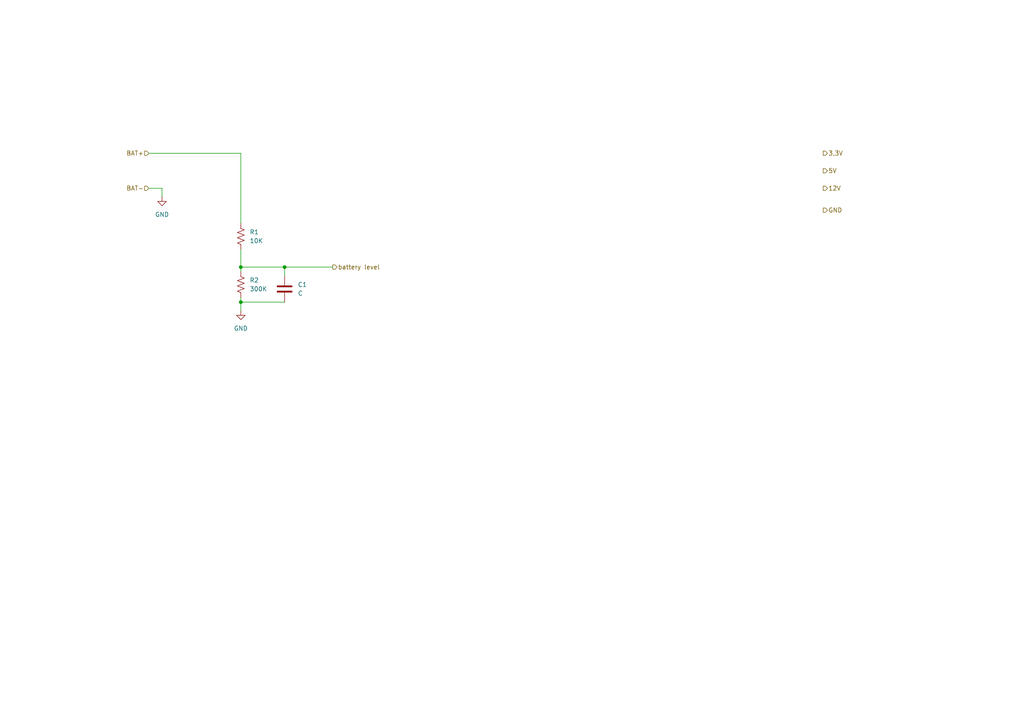
<source format=kicad_sch>
(kicad_sch (version 20250114) (generator "eeschema") (generator_version "9.0")
  (paper "A4")
  (lib_symbols
    (symbol "Device:C" (pin_numbers (hide yes)) (pin_names (offset 0.254))
      (property "Reference" "C" (at 0.635 2.54 0))
      (property "Value" "C" (at 0.635 -2.54 0))
      (symbol "C_0_1"
        (polyline (pts (xy -2.032 0.762) (xy 2.032 0.762)) (stroke (width 0.508)))
        (polyline (pts (xy -2.032 -0.762) (xy 2.032 -0.762)) (stroke (width 0.508)))
      )
      (symbol "C_1_1"
        (pin passive line (at 0 3.81 270) (length 2.794) (name "~") (number "1"))
        (pin passive line (at 0 -3.81 90) (length 2.794) (name "~") (number "2"))
      )
    )
    (symbol "Device:R_US" (pin_numbers (hide yes)) (pin_names (offset 0))
      (property "Reference" "R" (at 2.54 0 90))
      (property "Value" "R_US" (at -2.54 0 90))
      (symbol "R_US_0_1"
        (polyline (pts (xy 0 2.286) (xy 0 2.54)))
        (polyline (pts (xy 0 2.286) (xy 1.016 1.905) (xy 0 1.524) (xy -1.016 1.143) (xy 0 0.762)))
        (polyline (pts (xy 0 0.762) (xy 1.016 0.381) (xy 0 0) (xy -1.016 -0.381) (xy 0 -0.762)))
        (polyline (pts (xy 0 -0.762) (xy 1.016 -1.143) (xy 0 -1.524) (xy -1.016 -1.905) (xy 0 -2.286)))
        (polyline (pts (xy 0 -2.286) (xy 0 -2.54)))
      )
      (symbol "R_US_1_1"
        (pin passive line (at 0 3.81 270) (length 1.27) (name "~") (number "1"))
        (pin passive line (at 0 -3.81 90) (length 1.27) (name "~") (number "2"))
      )
    )
    (symbol "power:GND" (power) (pin_numbers (hide yes)) (pin_names (offset 0) (hide yes))
      (property "Value" "GND" (at 0 -3.81 0))
      (symbol "GND_0_1"
        (polyline (pts (xy 0 0) (xy 0 -1.27) (xy 1.27 -1.27) (xy 0 -2.54) (xy -1.27 -1.27) (xy 0 -1.27)))
      )
      (symbol "GND_1_1"
        (pin power_in line (at 0 0 270) (length 0) (name "~") (number "1"))
      )
    )
  )
  (junction (at 69.85 77.47))
  (junction (at 82.55 77.47))
  (junction (at 69.85 87.63))
  (wire (pts (xy 43.18 44.45) (xy 69.85 44.45)))
  (wire (pts (xy 69.85 44.45) (xy 69.85 64.77)))
  (wire (pts (xy 82.55 77.47) (xy 96.52 77.47)))
  (wire (pts (xy 82.55 80.01) (xy 82.55 77.47)))
  (wire (pts (xy 82.55 77.47) (xy 69.85 77.47)))
  (wire (pts (xy 69.85 87.63) (xy 69.85 90.17)))
  (wire (pts (xy 69.85 86.36) (xy 69.85 87.63)))
  (wire (pts (xy 46.99 54.61) (xy 46.99 57.15)))
  (wire (pts (xy 43.18 54.61) (xy 46.99 54.61)))
  (wire (pts (xy 82.55 87.63) (xy 69.85 87.63)))
  (wire (pts (xy 69.85 72.39) (xy 69.85 77.47)))
  (wire (pts (xy 69.85 77.47) (xy 69.85 78.74)))
  (hierarchical_label "BAT-" (shape input) (at 43.18 54.61 180))
  (hierarchical_label "battery level" (shape output) (at 96.52 77.47 0))
  (hierarchical_label "GND" (shape output) (at 238.76 60.96 0))
  (hierarchical_label "12V" (shape output) (at 238.76 54.61 0))
  (hierarchical_label "5V" (shape output) (at 238.76 49.53 0))
  (hierarchical_label "3,3V" (shape output) (at 238.76 44.45 0))
  (hierarchical_label "BAT+" (shape input) (at 43.18 44.45 180))
  (symbol (lib_id "power:GND") (at 46.99 57.15 0) (unit 1)
    (property "Reference" "#PWR06" (effects (hide yes)))
    (property "Value" "GND" (at 46.99 62.23 0))
    (property "Description" "Power symbol creates a global label with name \"GND\" , ground" (effects (hide yes)))
  )
  (symbol (lib_id "Device:R_US") (at 69.85 68.58 0) (unit 1)
    (property "Reference" "R1" (at 72.39 67.3099 0) (effects (justify left)))
    (property "Value" "10K" (at 72.39 69.8499 0) (effects (justify left)))
    (property "Description" "Resistor, US symbol" (effects (hide yes)))
  )
  (symbol (lib_id "Device:R_US") (at 69.85 82.55 0) (unit 1)
    (property "Reference" "R2" (at 72.39 81.2799 0) (effects (justify left)))
    (property "Value" "300K" (at 72.39 83.8199 0) (effects (justify left)))
    (property "Description" "Resistor, US symbol" (effects (hide yes)))
  )
  (symbol (lib_id "power:GND") (at 69.85 90.17 0) (unit 1)
    (property "Reference" "#PWR05" (effects (hide yes)))
    (property "Value" "GND" (at 69.85 95.25 0))
    (property "Description" "Power symbol creates a global label with name \"GND\" , ground" (effects (hide yes)))
  )
  (symbol (lib_id "Device:C") (at 82.55 83.82 0) (unit 1)
    (property "Reference" "C1" (at 86.36 82.5499 0) (effects (justify left)))
    (property "Value" "C" (at 86.36 85.0899 0) (effects (justify left)))
    (property "Description" "Unpolarized capacitor" (effects (hide yes)))
  )
)
</source>
